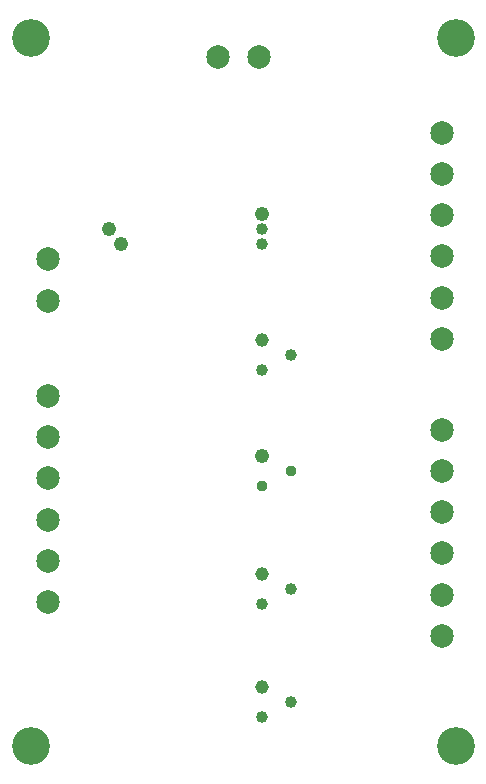
<source format=gbr>
G04 EAGLE Gerber RS-274X export*
G75*
%MOMM*%
%FSLAX34Y34*%
%LPD*%
%INSoldermask Bottom*%
%IPPOS*%
%AMOC8*
5,1,8,0,0,1.08239X$1,22.5*%
G01*
%ADD10C,3.203200*%
%ADD11C,1.993900*%
%ADD12C,1.209600*%
%ADD13C,1.009600*%
%ADD14C,0.959600*%
%ADD15C,1.159600*%


D10*
X50000Y650000D03*
X50000Y50000D03*
X410160Y650000D03*
X410160Y50000D03*
D11*
X64770Y462280D03*
X64770Y427228D03*
X64770Y346710D03*
X64770Y311658D03*
X64770Y276860D03*
X64770Y241808D03*
X398780Y213360D03*
X398780Y248412D03*
X398780Y283210D03*
X398780Y318262D03*
X398780Y394970D03*
X398780Y430022D03*
X398780Y464820D03*
X398780Y499872D03*
X398780Y534670D03*
X398780Y569722D03*
X243840Y633440D03*
X208788Y633440D03*
X64770Y207010D03*
X64770Y171958D03*
X398780Y143510D03*
X398780Y178562D03*
D12*
X246380Y500380D03*
D13*
X246380Y474980D03*
D12*
X127000Y474980D03*
D13*
X246380Y368300D03*
D14*
X246380Y270510D03*
D13*
X246380Y170180D03*
X246380Y74930D03*
D12*
X116840Y487680D03*
D13*
X246380Y487680D03*
X270510Y381000D03*
D14*
X270510Y283210D03*
D13*
X270510Y182880D03*
X270510Y87630D03*
D15*
X246380Y393700D03*
X246380Y100330D03*
D12*
X246380Y295910D03*
D15*
X246380Y195580D03*
M02*

</source>
